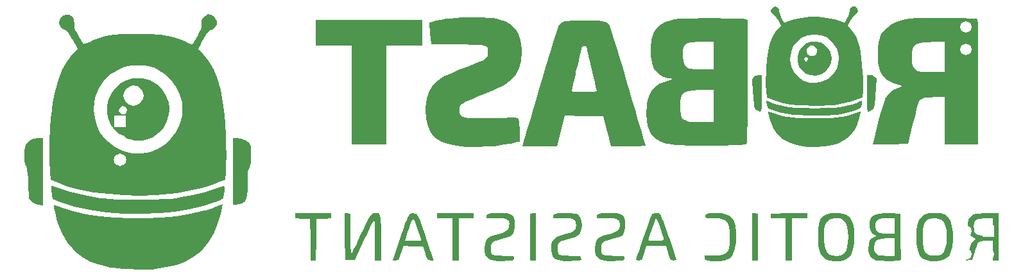
<source format=gbo>
G04 #@! TF.GenerationSoftware,KiCad,Pcbnew,7.0.5-4d25ed1034~172~ubuntu22.04.1*
G04 #@! TF.CreationDate,2023-05-31T11:26:29+02:00*
G04 #@! TF.ProjectId,Drawer_Controller,44726177-6572-45f4-936f-6e74726f6c6c,rev?*
G04 #@! TF.SameCoordinates,Original*
G04 #@! TF.FileFunction,Legend,Bot*
G04 #@! TF.FilePolarity,Positive*
%FSLAX46Y46*%
G04 Gerber Fmt 4.6, Leading zero omitted, Abs format (unit mm)*
G04 Created by KiCad (PCBNEW 7.0.5-4d25ed1034~172~ubuntu22.04.1) date 2023-05-31 11:26:29*
%MOMM*%
%LPD*%
G01*
G04 APERTURE LIST*
%ADD10C,0.300000*%
%ADD11C,3.250000*%
%ADD12R,1.650000X1.650000*%
%ADD13C,1.650000*%
%ADD14C,3.200000*%
%ADD15R,1.700000X1.700000*%
%ADD16O,1.700000X1.700000*%
%ADD17C,3.000000*%
%ADD18R,1.520000X1.520000*%
%ADD19C,1.520000*%
%ADD20R,1.350000X1.350000*%
%ADD21C,1.350000*%
%ADD22C,1.450000*%
%ADD23O,1.900000X0.950000*%
G04 APERTURE END LIST*
G36*
X161562107Y-131851187D02*
G01*
X161374160Y-132722552D01*
X160965101Y-134053854D01*
X160437972Y-135282800D01*
X159813215Y-136364326D01*
X159111275Y-137253368D01*
X158509997Y-137830218D01*
X157638672Y-138477435D01*
X156654281Y-139003267D01*
X155526575Y-139420627D01*
X154225304Y-139742429D01*
X152720219Y-139981584D01*
X152455292Y-140004360D01*
X151879003Y-140023386D01*
X151152081Y-140024310D01*
X150330900Y-140009190D01*
X149471833Y-139980082D01*
X148631253Y-139939045D01*
X147865535Y-139888136D01*
X147231052Y-139829412D01*
X146784177Y-139764931D01*
X146570176Y-139720662D01*
X145335333Y-139399295D01*
X144236017Y-138998476D01*
X143324747Y-138536848D01*
X143161541Y-138432162D01*
X142484718Y-137899231D01*
X141805096Y-137228234D01*
X141190258Y-136490910D01*
X140707788Y-135758997D01*
X140471139Y-135287772D01*
X140150534Y-134525186D01*
X139848872Y-133684782D01*
X139598828Y-132859289D01*
X139433077Y-132141440D01*
X139391935Y-131897771D01*
X139367232Y-131641476D01*
X139406217Y-131543735D01*
X139516013Y-131554088D01*
X139586510Y-131577490D01*
X139873459Y-131675258D01*
X140296826Y-131821087D01*
X140792935Y-131993084D01*
X141925074Y-132340228D01*
X143619762Y-132725914D01*
X145467054Y-133015507D01*
X147425333Y-133208323D01*
X149452983Y-133303681D01*
X151508389Y-133300897D01*
X153549936Y-133199289D01*
X155536007Y-132998173D01*
X157424987Y-132696867D01*
X159175259Y-132294688D01*
X159386599Y-132235515D01*
X159989667Y-132050942D01*
X160554289Y-131858386D01*
X160981120Y-131691054D01*
X161643961Y-131397914D01*
X161562107Y-131851187D01*
G37*
G36*
X139256998Y-129013280D02*
G01*
X140048928Y-129330397D01*
X141624381Y-129831932D01*
X143427426Y-130260074D01*
X145454354Y-130613865D01*
X145893606Y-130668792D01*
X146782485Y-130743090D01*
X147833326Y-130797288D01*
X148995458Y-130831385D01*
X150218210Y-130845383D01*
X151450913Y-130839280D01*
X152642895Y-130813076D01*
X153743487Y-130766773D01*
X154702017Y-130700369D01*
X155467815Y-130613865D01*
X156117322Y-130513253D01*
X157696622Y-130221930D01*
X159110331Y-129883827D01*
X160414498Y-129484431D01*
X161665171Y-129009232D01*
X161700232Y-128997006D01*
X161822699Y-129027015D01*
X161878868Y-129219214D01*
X161871685Y-129598665D01*
X161804099Y-130190430D01*
X161773201Y-130397029D01*
X161709595Y-130607471D01*
X161576764Y-130754747D01*
X161321875Y-130889332D01*
X160892092Y-131061698D01*
X160606779Y-131169486D01*
X159011846Y-131673507D01*
X157238575Y-132085445D01*
X155330411Y-132396474D01*
X153330796Y-132597767D01*
X150943708Y-132697803D01*
X148571271Y-132658657D01*
X146284628Y-132480910D01*
X144114805Y-132167993D01*
X142092828Y-131723339D01*
X140249720Y-131150382D01*
X139197009Y-130766354D01*
X139120153Y-130205623D01*
X139103229Y-130073238D01*
X139060437Y-129635053D01*
X139043296Y-129282525D01*
X139048633Y-129131727D01*
X139105661Y-128988622D01*
X139256998Y-129013280D01*
G37*
G36*
X164073208Y-122770608D02*
G01*
X164696505Y-123001213D01*
X165165282Y-123404163D01*
X165203619Y-123453949D01*
X165310852Y-123623451D01*
X165376646Y-123820261D01*
X165408411Y-124098537D01*
X165413555Y-124512439D01*
X165399487Y-125116128D01*
X165391637Y-125354900D01*
X165361389Y-125921818D01*
X165315191Y-126306519D01*
X165245672Y-126555398D01*
X165145459Y-126714849D01*
X165105912Y-126763450D01*
X165031145Y-126910583D01*
X164980873Y-127134746D01*
X164950569Y-127477718D01*
X164935706Y-127981279D01*
X164931758Y-128687208D01*
X164931361Y-128876714D01*
X164915514Y-129663827D01*
X164868774Y-130251247D01*
X164780529Y-130675374D01*
X164640165Y-130972606D01*
X164437071Y-131179340D01*
X164160634Y-131331976D01*
X163779905Y-131450500D01*
X163374786Y-131505931D01*
X162977911Y-131510711D01*
X162977911Y-127114557D01*
X162977911Y-122718403D01*
X163531353Y-122718403D01*
X164073208Y-122770608D01*
G37*
G36*
X137944258Y-127130438D02*
G01*
X137944258Y-131542474D01*
X137379884Y-131478860D01*
X137302867Y-131469114D01*
X136828072Y-131330925D01*
X136433490Y-131033539D01*
X136051469Y-130651831D01*
X135987012Y-128730550D01*
X135955526Y-127955036D01*
X135916620Y-127364856D01*
X135866336Y-126942031D01*
X135800016Y-126647679D01*
X135713004Y-126442922D01*
X135603201Y-126154869D01*
X135514955Y-125635133D01*
X135486446Y-125025212D01*
X135516670Y-124407100D01*
X135604626Y-123862790D01*
X135749311Y-123474276D01*
X136135427Y-123065351D01*
X136693413Y-122807442D01*
X137390816Y-122718403D01*
X137944258Y-122718403D01*
X137944258Y-127130438D01*
G37*
G36*
X161881610Y-119546556D02*
G01*
X161987980Y-120852381D01*
X162065918Y-122236117D01*
X162112980Y-123634016D01*
X162126721Y-124982332D01*
X162104700Y-126217317D01*
X162044472Y-127275226D01*
X161965841Y-128205436D01*
X161098078Y-128565321D01*
X160330999Y-128856985D01*
X158882069Y-129298548D01*
X157278682Y-129669100D01*
X155573518Y-129957163D01*
X153819258Y-130151259D01*
X152795960Y-130220903D01*
X150706932Y-130281605D01*
X148638734Y-130236865D01*
X146626250Y-130090630D01*
X144704363Y-129846844D01*
X142907958Y-129509450D01*
X141271919Y-129082393D01*
X139831130Y-128569617D01*
X138956765Y-128205618D01*
X138878647Y-127202155D01*
X138865743Y-127025893D01*
X138811408Y-125811798D01*
X138800044Y-124446341D01*
X138828827Y-122995223D01*
X138894938Y-121524144D01*
X138995552Y-120098803D01*
X139103374Y-119027971D01*
X144656403Y-119027971D01*
X144775829Y-120092957D01*
X145056585Y-121102410D01*
X145490341Y-121985711D01*
X145824028Y-122448926D01*
X146575810Y-123226555D01*
X147462767Y-123882962D01*
X148426658Y-124378219D01*
X149409242Y-124672397D01*
X149817036Y-124733194D01*
X150960487Y-124748231D01*
X152059803Y-124544221D01*
X153089118Y-124139669D01*
X154022568Y-123553080D01*
X154834290Y-122802958D01*
X155498418Y-121907807D01*
X155989090Y-120886132D01*
X156280439Y-119756438D01*
X156342121Y-119132946D01*
X156276485Y-117996349D01*
X155991448Y-116905084D01*
X155503122Y-115889220D01*
X154827614Y-114978829D01*
X153981034Y-114203979D01*
X152979492Y-113594743D01*
X152565871Y-113403486D01*
X152191922Y-113262769D01*
X151822941Y-113177195D01*
X151375862Y-113128061D01*
X150767619Y-113096660D01*
X150536793Y-113088235D01*
X149956226Y-113081497D01*
X149512104Y-113110221D01*
X149123960Y-113182636D01*
X148711329Y-113306974D01*
X147978411Y-113604119D01*
X146952365Y-114222709D01*
X146091468Y-115016033D01*
X145407377Y-115972511D01*
X144911750Y-117080566D01*
X144706636Y-117978074D01*
X144656403Y-119027971D01*
X139103374Y-119027971D01*
X139127849Y-118784901D01*
X139289007Y-117648138D01*
X139521908Y-116482445D01*
X139950286Y-114962252D01*
X140484705Y-113637190D01*
X141120814Y-112517495D01*
X141854262Y-111613400D01*
X142555066Y-110901631D01*
X141830932Y-109666267D01*
X141700189Y-109446416D01*
X141337708Y-108882206D01*
X141068266Y-108543720D01*
X140891823Y-108430903D01*
X140801807Y-108418703D01*
X140505624Y-108258274D01*
X140234959Y-107973374D01*
X140071777Y-107642777D01*
X140058767Y-107329276D01*
X140213153Y-106932504D01*
X140511543Y-106609334D01*
X140897489Y-106415848D01*
X141314540Y-106408127D01*
X141433758Y-106443009D01*
X141821382Y-106674651D01*
X142032504Y-107058017D01*
X142079929Y-107613264D01*
X142075813Y-107872338D01*
X142108984Y-108149768D01*
X142206060Y-108438555D01*
X142390033Y-108803219D01*
X142683891Y-109308282D01*
X143317384Y-110368835D01*
X144202696Y-109963762D01*
X144477428Y-109842293D01*
X145356577Y-109512895D01*
X146279174Y-109263395D01*
X147284273Y-109088129D01*
X148410931Y-108981433D01*
X149698202Y-108937643D01*
X151185140Y-108951095D01*
X151509674Y-108959597D01*
X152331120Y-108986621D01*
X152977500Y-109020419D01*
X153500575Y-109066354D01*
X153952108Y-109129790D01*
X154383862Y-109216092D01*
X154847599Y-109330623D01*
X155106123Y-109401767D01*
X155751441Y-109601778D01*
X156367640Y-109819422D01*
X156850209Y-110018786D01*
X156893274Y-110038871D01*
X157276091Y-110210996D01*
X157553959Y-110324728D01*
X157669300Y-110356338D01*
X157707673Y-110293473D01*
X157845348Y-110055360D01*
X158057218Y-109683707D01*
X158316881Y-109224653D01*
X158551312Y-108801062D01*
X158748254Y-108407395D01*
X158853063Y-108117066D01*
X158885652Y-107871599D01*
X158865939Y-107612519D01*
X158863330Y-107593328D01*
X158843534Y-107245873D01*
X158930725Y-106998971D01*
X159167653Y-106727182D01*
X159342785Y-106571616D01*
X159745636Y-106375690D01*
X160142015Y-106422497D01*
X160544997Y-106711894D01*
X160675874Y-106860316D01*
X160884285Y-107293737D01*
X160860182Y-107728539D01*
X160602212Y-108131165D01*
X160584686Y-108148306D01*
X160310770Y-108348465D01*
X160065576Y-108430903D01*
X159937947Y-108481524D01*
X159743838Y-108683640D01*
X159485156Y-109061992D01*
X159144160Y-109639860D01*
X158896997Y-110080608D01*
X158670152Y-110494477D01*
X158516302Y-110786284D01*
X158459642Y-110911094D01*
X158466465Y-110926977D01*
X158586606Y-111079276D01*
X158825657Y-111347130D01*
X159143156Y-111684741D01*
X159823629Y-112543156D01*
X160429482Y-113622051D01*
X160947149Y-114896404D01*
X161368965Y-116347319D01*
X161687264Y-117955903D01*
X161749249Y-118382388D01*
X161834584Y-119132946D01*
X161881610Y-119546556D01*
G37*
G36*
X154502700Y-117955903D02*
G01*
X154549136Y-118145700D01*
X154631615Y-118610047D01*
X154633672Y-118984967D01*
X154633899Y-119026401D01*
X154560989Y-119529789D01*
X154301632Y-120449146D01*
X153838207Y-121321137D01*
X153200633Y-122031254D01*
X152401210Y-122566118D01*
X151452233Y-122912349D01*
X150952754Y-123019689D01*
X150493773Y-123063930D01*
X150041869Y-123023514D01*
X149479289Y-122897559D01*
X149006080Y-122747134D01*
X148162850Y-122310161D01*
X147470278Y-121719906D01*
X146937183Y-121008464D01*
X146572387Y-120207932D01*
X146384710Y-119350407D01*
X146384248Y-119115535D01*
X147958473Y-119115535D01*
X148104258Y-119396865D01*
X148336937Y-119519571D01*
X148666894Y-119517228D01*
X148933326Y-119361816D01*
X148982503Y-119284208D01*
X149023097Y-118984967D01*
X148916609Y-118687961D01*
X148694740Y-118506796D01*
X148474624Y-118480826D01*
X148187642Y-118591214D01*
X148000930Y-118824884D01*
X147958473Y-119115535D01*
X146384248Y-119115535D01*
X146382973Y-118467983D01*
X146575995Y-117592758D01*
X146827948Y-117061712D01*
X148568296Y-117061712D01*
X148613162Y-117445165D01*
X148852460Y-117915040D01*
X149302337Y-118261889D01*
X149613085Y-118388994D01*
X149874972Y-118441584D01*
X149934136Y-118438580D01*
X150375919Y-118301418D01*
X150788666Y-118007559D01*
X151077059Y-117621992D01*
X151116675Y-117529889D01*
X151201290Y-117018093D01*
X151080665Y-116537988D01*
X150786842Y-116136620D01*
X150351862Y-115861036D01*
X149807767Y-115758283D01*
X149786396Y-115758533D01*
X149342988Y-115879626D01*
X148952386Y-116179023D01*
X148674264Y-116593969D01*
X148568296Y-117061712D01*
X146827948Y-117061712D01*
X146972599Y-116756827D01*
X147581604Y-115992288D01*
X148254605Y-115416831D01*
X148974804Y-115028455D01*
X149772369Y-114833183D01*
X150705315Y-114809038D01*
X151105622Y-114846432D01*
X152074722Y-115090352D01*
X152913865Y-115535594D01*
X153608167Y-116169824D01*
X154142740Y-116980706D01*
X154156540Y-117018093D01*
X154502700Y-117955903D01*
G37*
G36*
X257997942Y-136265074D02*
G01*
X257910314Y-136997826D01*
X257762044Y-137631853D01*
X257562815Y-138100750D01*
X257522261Y-138161064D01*
X257219453Y-138464945D01*
X256835302Y-138705006D01*
X256343097Y-138853594D01*
X255707655Y-138927680D01*
X255058890Y-138911979D01*
X254503427Y-138802055D01*
X254212483Y-138682807D01*
X253804499Y-138396651D01*
X253506876Y-137987005D01*
X253308324Y-137428250D01*
X253197552Y-136694767D01*
X253163272Y-135760936D01*
X253989994Y-135760936D01*
X253990127Y-135797387D01*
X254011745Y-136542585D01*
X254077141Y-137098280D01*
X254198552Y-137506322D01*
X254388214Y-137808563D01*
X254658364Y-138046854D01*
X254729399Y-138087950D01*
X255093383Y-138190760D01*
X255557775Y-138225096D01*
X256024819Y-138189054D01*
X256396759Y-138080728D01*
X256580728Y-137964207D01*
X256843536Y-137651383D01*
X257020902Y-137186816D01*
X257120781Y-136545429D01*
X257151127Y-135702140D01*
X257122151Y-134911030D01*
X257021772Y-134266518D01*
X256835266Y-133805362D01*
X256547913Y-133504509D01*
X256144990Y-133340904D01*
X255611775Y-133291492D01*
X255399608Y-133295946D01*
X254896605Y-133364523D01*
X254523234Y-133535886D01*
X254262691Y-133835622D01*
X254098173Y-134289318D01*
X254012875Y-134922561D01*
X253989994Y-135760936D01*
X253163272Y-135760936D01*
X253186449Y-134988186D01*
X253292289Y-134170726D01*
X253496653Y-133543841D01*
X253813556Y-133089036D01*
X254257012Y-132787814D01*
X254841037Y-132621681D01*
X255579645Y-132572143D01*
X256274794Y-132621563D01*
X256878239Y-132795763D01*
X257333488Y-133114568D01*
X257659062Y-133597627D01*
X257873478Y-134264590D01*
X257995256Y-135135104D01*
X258015245Y-135500001D01*
X258010673Y-135702140D01*
X257997942Y-136265074D01*
G37*
G36*
X251077631Y-135723541D02*
G01*
X251079208Y-135878529D01*
X251108966Y-138802348D01*
X250783650Y-138851523D01*
X250429255Y-138886876D01*
X249897257Y-138909180D01*
X249300636Y-138913047D01*
X248714217Y-138899244D01*
X248212829Y-138868538D01*
X247871296Y-138821695D01*
X247574755Y-138720649D01*
X247155731Y-138406285D01*
X246897958Y-137941001D01*
X246830920Y-137483008D01*
X247592663Y-137483008D01*
X247668966Y-137710253D01*
X247851833Y-137927626D01*
X247976207Y-138042783D01*
X248142401Y-138144641D01*
X248365124Y-138201067D01*
X248703903Y-138225251D01*
X249218266Y-138230381D01*
X250281944Y-138230381D01*
X250281944Y-137054455D01*
X250281944Y-135878529D01*
X249605787Y-135881334D01*
X249271193Y-135891104D01*
X248640824Y-135962098D01*
X248147355Y-136092796D01*
X247838332Y-136272671D01*
X247778893Y-136360229D01*
X247672616Y-136657628D01*
X247605575Y-137036901D01*
X247595741Y-137147579D01*
X247592663Y-137483008D01*
X246830920Y-137483008D01*
X246810873Y-137346052D01*
X246903912Y-136642693D01*
X247027468Y-136258468D01*
X247203476Y-136011344D01*
X247499244Y-135808914D01*
X247950341Y-135556329D01*
X247638486Y-135478059D01*
X247517773Y-135430985D01*
X247252852Y-135175552D01*
X247076423Y-134776040D01*
X247016338Y-134393099D01*
X247776339Y-134393099D01*
X247861769Y-134796785D01*
X248050479Y-135081289D01*
X248154697Y-135151090D01*
X248394523Y-135234882D01*
X248756014Y-135278222D01*
X249295435Y-135290566D01*
X250281944Y-135290566D01*
X250281944Y-134291029D01*
X250281944Y-133291492D01*
X249241836Y-133291492D01*
X249083753Y-133291914D01*
X248617951Y-133303893D01*
X248317045Y-133340148D01*
X248125679Y-133411085D01*
X247988496Y-133527111D01*
X247930294Y-133603787D01*
X247797932Y-133964132D01*
X247776339Y-134393099D01*
X247016338Y-134393099D01*
X247000208Y-134290294D01*
X247035933Y-133776162D01*
X247195321Y-133291492D01*
X247283988Y-133138788D01*
X247505068Y-132906290D01*
X247821357Y-132746712D01*
X248267178Y-132650681D01*
X248876854Y-132608827D01*
X249684708Y-132611777D01*
X251046296Y-132644733D01*
X251052878Y-133291492D01*
X251077631Y-135723541D01*
G37*
G36*
X244946075Y-136587762D02*
G01*
X244799623Y-137440771D01*
X244536275Y-138093540D01*
X244155161Y-138548348D01*
X243655413Y-138807472D01*
X243561627Y-138832213D01*
X242988712Y-138913682D01*
X242349911Y-138917247D01*
X241742464Y-138846994D01*
X241263612Y-138707007D01*
X241134135Y-138643416D01*
X240782570Y-138393471D01*
X240526871Y-138051008D01*
X240352561Y-137581130D01*
X240245164Y-136948943D01*
X240190204Y-136119549D01*
X240180777Y-135763519D01*
X240182293Y-135695984D01*
X240992129Y-135695984D01*
X241001481Y-136198493D01*
X241066656Y-136919209D01*
X241200656Y-137452202D01*
X241411303Y-137823345D01*
X241706421Y-138058510D01*
X242072460Y-138188755D01*
X242617877Y-138236883D01*
X243146441Y-138148120D01*
X243566704Y-137928841D01*
X243672918Y-137830906D01*
X243906095Y-137511334D01*
X244058178Y-137088012D01*
X244140856Y-136518645D01*
X244165818Y-135760936D01*
X244142891Y-135055897D01*
X244052286Y-134406203D01*
X243885224Y-133922127D01*
X243633633Y-133570454D01*
X243544889Y-133488494D01*
X243336812Y-133364758D01*
X243051752Y-133306236D01*
X242611140Y-133291492D01*
X242460683Y-133293660D01*
X241939742Y-133353860D01*
X241552384Y-133515814D01*
X241281275Y-133805263D01*
X241109084Y-134247948D01*
X241018479Y-134869607D01*
X240992129Y-135695984D01*
X240182293Y-135695984D01*
X240202328Y-134803490D01*
X240310513Y-134043072D01*
X240518193Y-133463342D01*
X240838231Y-133045378D01*
X241283489Y-132770259D01*
X241866829Y-132619064D01*
X242601114Y-132572871D01*
X242856945Y-132577150D01*
X243499407Y-132648912D01*
X243979665Y-132826749D01*
X244343134Y-133133407D01*
X244635227Y-133591629D01*
X244646859Y-133614995D01*
X244789139Y-133948793D01*
X244881548Y-134302902D01*
X244937694Y-134748888D01*
X244971187Y-135358319D01*
X244976501Y-135532234D01*
X244969909Y-135760936D01*
X244946075Y-136587762D01*
G37*
G36*
X227023109Y-132603816D02*
G01*
X227448642Y-132629263D01*
X228045377Y-132722899D01*
X228480334Y-132896578D01*
X228797343Y-133171245D01*
X229040237Y-133567851D01*
X229093309Y-133690614D01*
X229265542Y-134294854D01*
X229371966Y-135031857D01*
X229404633Y-135825254D01*
X229355598Y-136598678D01*
X229321857Y-136838188D01*
X229141663Y-137609276D01*
X228869381Y-138182389D01*
X228493329Y-138576614D01*
X228001828Y-138811040D01*
X227761439Y-138859573D01*
X227276927Y-138905924D01*
X226708755Y-138922777D01*
X226145489Y-138908249D01*
X225675694Y-138860460D01*
X225415908Y-138801468D01*
X225268858Y-138690107D01*
X225234458Y-138479578D01*
X225234195Y-138171585D01*
X226342247Y-138208833D01*
X227010426Y-138210017D01*
X227572231Y-138140144D01*
X227978981Y-137970192D01*
X228254269Y-137673729D01*
X228421691Y-137224320D01*
X228504841Y-136595533D01*
X228527315Y-135760936D01*
X228510518Y-134974628D01*
X228441534Y-134342608D01*
X228297144Y-133888860D01*
X228054176Y-133585129D01*
X227689456Y-133403161D01*
X227179814Y-133314700D01*
X226502075Y-133291492D01*
X226267531Y-133291361D01*
X225822256Y-133286280D01*
X225551521Y-133265598D01*
X225411902Y-133218294D01*
X225359974Y-133133351D01*
X225352315Y-132999751D01*
X225355964Y-132930267D01*
X225418383Y-132768614D01*
X225583520Y-132662912D01*
X225884162Y-132605392D01*
X226353096Y-132588283D01*
X227023109Y-132603816D01*
G37*
G36*
X213006008Y-132604020D02*
G01*
X213153894Y-132609169D01*
X213651572Y-132632068D01*
X213980138Y-132666684D01*
X214193012Y-132726400D01*
X214343614Y-132824600D01*
X214485364Y-132974670D01*
X214555183Y-133060776D01*
X214688659Y-133298238D01*
X214752575Y-133601573D01*
X214768981Y-134054746D01*
X214755361Y-134521301D01*
X214677542Y-135000958D01*
X214500638Y-135352012D01*
X214190935Y-135612659D01*
X213714721Y-135821093D01*
X213038281Y-136015509D01*
X212655572Y-136115878D01*
X212174363Y-136266782D01*
X211864738Y-136422185D01*
X211689558Y-136613238D01*
X211611686Y-136871088D01*
X211593981Y-137226887D01*
X211594069Y-137261247D01*
X211617362Y-137636775D01*
X211705344Y-137901292D01*
X211892008Y-138073854D01*
X212211349Y-138173518D01*
X212697360Y-138219341D01*
X213384035Y-138230381D01*
X213743395Y-138234293D01*
X214228418Y-138256469D01*
X214548658Y-138295433D01*
X214669028Y-138347973D01*
X214687038Y-138581040D01*
X214605597Y-138746070D01*
X214357407Y-138832674D01*
X214185928Y-138861497D01*
X213709431Y-138902684D01*
X213141116Y-138918350D01*
X212562438Y-138908977D01*
X212054849Y-138875043D01*
X211699804Y-138817028D01*
X211412424Y-138713888D01*
X211080026Y-138469482D01*
X210884371Y-138090596D01*
X210794184Y-137532880D01*
X210783817Y-137216559D01*
X210846838Y-136603887D01*
X211016694Y-136125277D01*
X211281096Y-135823864D01*
X211357124Y-135783282D01*
X211661311Y-135660498D01*
X212095796Y-135512833D01*
X212593277Y-135363880D01*
X213125473Y-135198038D01*
X213600093Y-134999077D01*
X213857398Y-134813389D01*
X213878763Y-134785573D01*
X214035774Y-134398024D01*
X214036970Y-133950852D01*
X213880369Y-133552842D01*
X213840213Y-133498695D01*
X213737262Y-133403164D01*
X213582859Y-133342530D01*
X213331076Y-133308941D01*
X212935987Y-133294546D01*
X212351665Y-133291492D01*
X211006018Y-133291492D01*
X211006018Y-133002839D01*
X211019462Y-132896325D01*
X211118806Y-132752533D01*
X211338870Y-132657042D01*
X211707916Y-132604217D01*
X212254208Y-132588422D01*
X213006008Y-132604020D01*
G37*
G36*
X207230576Y-132604020D02*
G01*
X207577476Y-132617837D01*
X208025218Y-132649099D01*
X208320503Y-132698725D01*
X208515857Y-132777411D01*
X208663802Y-132895851D01*
X208847852Y-133156821D01*
X209002955Y-133635451D01*
X209045070Y-134185261D01*
X208977798Y-134735075D01*
X208804741Y-135213716D01*
X208529499Y-135550007D01*
X208495708Y-135572929D01*
X208203611Y-135714526D01*
X207776695Y-135870398D01*
X207294777Y-136010761D01*
X206880501Y-136119663D01*
X206404605Y-136270220D01*
X206098707Y-136425540D01*
X205925902Y-136616303D01*
X205849283Y-136873191D01*
X205831944Y-137226887D01*
X205831975Y-137247360D01*
X205854068Y-137627903D01*
X205940375Y-137896108D01*
X206124980Y-138071216D01*
X206441967Y-138172469D01*
X206925418Y-138219110D01*
X207609417Y-138230381D01*
X207941599Y-138231863D01*
X208408299Y-138244926D01*
X208702374Y-138276226D01*
X208864554Y-138331475D01*
X208935567Y-138416387D01*
X208997389Y-138659818D01*
X208908267Y-138788116D01*
X208624768Y-138850870D01*
X208502760Y-138864555D01*
X207960875Y-138901600D01*
X207360151Y-138914446D01*
X206773871Y-138904018D01*
X206275315Y-138871238D01*
X205937767Y-138817028D01*
X205592083Y-138686112D01*
X205288390Y-138435802D01*
X205111752Y-138050431D01*
X205031247Y-137484546D01*
X205030460Y-137472048D01*
X205024558Y-136861828D01*
X205112000Y-136395592D01*
X205321081Y-136041931D01*
X205680097Y-135769436D01*
X206217343Y-135546696D01*
X206961116Y-135342302D01*
X207473380Y-135187622D01*
X207944500Y-134934211D01*
X208214945Y-134607451D01*
X208301389Y-134193044D01*
X208251349Y-133861990D01*
X208118332Y-133552842D01*
X208078175Y-133498695D01*
X207975225Y-133403164D01*
X207820822Y-133342530D01*
X207569039Y-133308941D01*
X207173950Y-133294546D01*
X206589628Y-133291492D01*
X205243981Y-133291492D01*
X205243981Y-133002839D01*
X205256013Y-132901590D01*
X205352891Y-132755616D01*
X205570553Y-132658540D01*
X205937231Y-132604695D01*
X206481161Y-132588410D01*
X207230576Y-132604020D01*
G37*
G36*
X198424526Y-132604020D02*
G01*
X198572413Y-132609169D01*
X199070091Y-132632068D01*
X199398657Y-132666684D01*
X199611531Y-132726400D01*
X199762132Y-132824600D01*
X199903882Y-132974670D01*
X199973702Y-133060776D01*
X200107177Y-133298238D01*
X200171094Y-133601573D01*
X200187500Y-134054746D01*
X200173879Y-134521301D01*
X200096060Y-135000958D01*
X199919156Y-135352012D01*
X199609454Y-135612659D01*
X199133239Y-135821093D01*
X198456799Y-136015509D01*
X198074091Y-136115878D01*
X197592881Y-136266782D01*
X197283256Y-136422185D01*
X197108077Y-136613238D01*
X197030204Y-136871088D01*
X197012500Y-137226887D01*
X197012587Y-137261247D01*
X197035881Y-137636775D01*
X197123863Y-137901292D01*
X197310527Y-138073854D01*
X197629867Y-138173518D01*
X198115878Y-138219341D01*
X198802554Y-138230381D01*
X199161913Y-138234293D01*
X199646937Y-138256469D01*
X199967177Y-138295433D01*
X200087546Y-138347973D01*
X200105557Y-138581040D01*
X200024116Y-138746070D01*
X199775926Y-138832674D01*
X199604447Y-138861497D01*
X199127950Y-138902684D01*
X198559635Y-138918350D01*
X197980956Y-138908977D01*
X197473367Y-138875043D01*
X197118322Y-138817028D01*
X196830943Y-138713888D01*
X196498545Y-138469482D01*
X196302890Y-138090596D01*
X196212702Y-137532880D01*
X196202335Y-137216559D01*
X196265356Y-136603887D01*
X196435212Y-136125277D01*
X196699614Y-135823864D01*
X196775643Y-135783282D01*
X197079829Y-135660498D01*
X197514315Y-135512833D01*
X198011796Y-135363880D01*
X198543991Y-135198038D01*
X199018611Y-134999077D01*
X199275916Y-134813389D01*
X199297281Y-134785573D01*
X199454293Y-134398024D01*
X199455489Y-133950852D01*
X199298887Y-133552842D01*
X199258731Y-133498695D01*
X199155781Y-133403164D01*
X199001378Y-133342530D01*
X198749595Y-133308941D01*
X198354506Y-133294546D01*
X197770184Y-133291492D01*
X196424537Y-133291492D01*
X196424537Y-133002839D01*
X196437981Y-132896325D01*
X196537324Y-132752533D01*
X196757388Y-132657042D01*
X197126435Y-132604217D01*
X197672727Y-132588422D01*
X198424526Y-132604020D01*
G37*
G36*
X264040278Y-135702140D02*
G01*
X264040278Y-138818344D01*
X263628703Y-138818344D01*
X263217129Y-138818344D01*
X263217129Y-137524825D01*
X263217129Y-136231307D01*
X262416457Y-136231307D01*
X262049518Y-136244555D01*
X261646388Y-136298297D01*
X261407526Y-136383589D01*
X261345883Y-136455251D01*
X261200806Y-136731749D01*
X261034314Y-137148158D01*
X260870524Y-137647709D01*
X260541780Y-138759548D01*
X260119118Y-138795832D01*
X259696456Y-138832117D01*
X259870604Y-138266666D01*
X259925612Y-138087216D01*
X260080867Y-137575417D01*
X260227431Y-137086409D01*
X260266992Y-136964679D01*
X260472299Y-136526084D01*
X260714442Y-136232216D01*
X260742547Y-136209827D01*
X260923196Y-136046859D01*
X260971424Y-135965077D01*
X260966946Y-135962523D01*
X260824897Y-135887431D01*
X260572997Y-135757382D01*
X260446064Y-135683930D01*
X260146111Y-135386511D01*
X259979112Y-134955317D01*
X259931567Y-134408622D01*
X260747685Y-134408622D01*
X260759804Y-134732836D01*
X260830786Y-135063957D01*
X260982870Y-135290566D01*
X260993465Y-135301009D01*
X261150517Y-135415924D01*
X261368179Y-135484312D01*
X261704515Y-135517235D01*
X262217592Y-135525751D01*
X263217129Y-135525751D01*
X263217129Y-134408622D01*
X263217129Y-133291492D01*
X262217592Y-133291492D01*
X262047920Y-133292547D01*
X261483819Y-133326101D01*
X261107752Y-133427121D01*
X260883711Y-133622971D01*
X260775690Y-133941017D01*
X260747685Y-134408622D01*
X259931567Y-134408622D01*
X259926453Y-134349825D01*
X259937903Y-134054419D01*
X260068727Y-133439291D01*
X260340674Y-132997046D01*
X260747685Y-132739564D01*
X261003380Y-132687069D01*
X261445123Y-132639802D01*
X261998518Y-132606616D01*
X262599768Y-132592574D01*
X264040278Y-132585936D01*
X264040278Y-133291492D01*
X264040278Y-135702140D01*
G37*
G36*
X238757870Y-132936279D02*
G01*
X238757870Y-133291492D01*
X237758333Y-133291492D01*
X236758796Y-133291492D01*
X236758796Y-136054918D01*
X236758796Y-138818344D01*
X236347222Y-138818344D01*
X235935648Y-138818344D01*
X235935648Y-136054918D01*
X235935648Y-133291492D01*
X234928300Y-133291492D01*
X233920952Y-133291492D01*
X233958161Y-132968112D01*
X233995370Y-132644733D01*
X236376620Y-132612900D01*
X238757870Y-132581067D01*
X238757870Y-132936279D01*
G37*
G36*
X231849305Y-132607884D02*
G01*
X232231481Y-132644733D01*
X232262832Y-135731538D01*
X232294182Y-138818344D01*
X231880656Y-138818344D01*
X231467129Y-138818344D01*
X231467129Y-135694690D01*
X231467129Y-132571035D01*
X231849305Y-132607884D01*
G37*
G36*
X220739474Y-136406901D02*
G01*
X220969317Y-137084938D01*
X221170135Y-137692568D01*
X221329259Y-138193509D01*
X221434023Y-138551479D01*
X221471759Y-138730197D01*
X221470192Y-138738106D01*
X221345416Y-138795030D01*
X221082117Y-138818344D01*
X220897462Y-138810933D01*
X220763546Y-138758424D01*
X220660658Y-138615546D01*
X220556967Y-138337029D01*
X220420643Y-137877603D01*
X220148812Y-136936862D01*
X218827551Y-136936862D01*
X217506290Y-136936862D01*
X217238426Y-137877603D01*
X217107595Y-138326151D01*
X217004885Y-138609458D01*
X216903231Y-138755716D01*
X216770693Y-138810239D01*
X216575327Y-138818344D01*
X216535916Y-138818185D01*
X216283357Y-138807858D01*
X216180092Y-138786352D01*
X216186840Y-138743962D01*
X216253787Y-138504428D01*
X216382372Y-138098737D01*
X216560169Y-137562255D01*
X216774749Y-136930351D01*
X217013686Y-136238391D01*
X217047039Y-136143112D01*
X217823304Y-136143112D01*
X217826049Y-136151959D01*
X217962842Y-136200335D01*
X218258599Y-136227660D01*
X218647708Y-136235377D01*
X219064560Y-136224931D01*
X219443543Y-136197765D01*
X219719048Y-136155324D01*
X219825463Y-136099051D01*
X219825008Y-136084319D01*
X219780688Y-135851328D01*
X219676842Y-135481918D01*
X219531785Y-135027712D01*
X219363832Y-134540331D01*
X219191297Y-134071396D01*
X219032496Y-133672531D01*
X218905745Y-133395355D01*
X218829358Y-133291492D01*
X218816093Y-133299163D01*
X218727871Y-133453759D01*
X218593221Y-133768297D01*
X218430232Y-134191505D01*
X218256993Y-134672113D01*
X218091592Y-135158849D01*
X217952118Y-135600442D01*
X217856659Y-135945620D01*
X217823304Y-136143112D01*
X217047039Y-136143112D01*
X217264552Y-135521744D01*
X217514920Y-134815777D01*
X217752363Y-134155857D01*
X217964452Y-133577352D01*
X218138761Y-133115630D01*
X218262862Y-132806057D01*
X218324328Y-132684002D01*
X218400774Y-132646846D01*
X218731154Y-132591453D01*
X219100580Y-132622177D01*
X219377898Y-132732927D01*
X219381879Y-132736868D01*
X219460225Y-132891877D01*
X219598214Y-133230450D01*
X219783181Y-133716303D01*
X220002458Y-134313157D01*
X220243377Y-134984728D01*
X220493271Y-135694737D01*
X220633047Y-136099051D01*
X220739474Y-136406901D01*
G37*
G36*
X203009722Y-135694690D02*
G01*
X203009722Y-138818344D01*
X202596196Y-138818344D01*
X202182669Y-138818344D01*
X202214020Y-135731538D01*
X202245370Y-132644733D01*
X202627546Y-132607884D01*
X203009722Y-132571035D01*
X203009722Y-135694690D01*
G37*
G36*
X194778241Y-132938714D02*
G01*
X194778241Y-133291492D01*
X193778703Y-133291492D01*
X192779166Y-133291492D01*
X192779166Y-136054918D01*
X192779166Y-138818344D01*
X192367592Y-138818344D01*
X191956018Y-138818344D01*
X191956018Y-136054918D01*
X191956018Y-133291492D01*
X190956481Y-133291492D01*
X189956944Y-133291492D01*
X189956944Y-132938714D01*
X189956944Y-132585936D01*
X192367592Y-132585936D01*
X194778241Y-132585936D01*
X194778241Y-132938714D01*
G37*
G36*
X189470679Y-138818344D02*
G01*
X189071982Y-138818344D01*
X188892843Y-138812214D01*
X188750734Y-138763541D01*
X188641757Y-138626796D01*
X188531655Y-138356457D01*
X188386170Y-137907001D01*
X188099054Y-136995659D01*
X186804646Y-136962511D01*
X185510237Y-136929364D01*
X185195693Y-137873854D01*
X185044614Y-138317348D01*
X184926873Y-138603117D01*
X184816919Y-138752280D01*
X184681454Y-138809226D01*
X184487179Y-138818344D01*
X184093209Y-138818344D01*
X184975558Y-136201909D01*
X185726150Y-136201909D01*
X185752409Y-136208479D01*
X185955608Y-136220190D01*
X186316222Y-136228285D01*
X186781944Y-136231307D01*
X187018344Y-136230562D01*
X187439612Y-136224890D01*
X187730398Y-136214853D01*
X187838353Y-136201909D01*
X187837819Y-136199168D01*
X187796654Y-136059983D01*
X187699522Y-135744968D01*
X187559917Y-135297610D01*
X187391335Y-134761399D01*
X187243710Y-134311399D01*
X187049437Y-133787864D01*
X186894452Y-133462286D01*
X186785463Y-133350288D01*
X186717770Y-133401068D01*
X186576861Y-133657645D01*
X186394190Y-134116442D01*
X186176687Y-134761399D01*
X186156341Y-134825506D01*
X185989282Y-135353661D01*
X185852837Y-135788081D01*
X185760596Y-136085314D01*
X185726150Y-136201909D01*
X184975558Y-136201909D01*
X185114197Y-135790803D01*
X185220288Y-135476525D01*
X185505263Y-134638502D01*
X185731163Y-133990113D01*
X185908928Y-133505819D01*
X186049496Y-133160081D01*
X186163806Y-132927359D01*
X186262795Y-132782115D01*
X186357401Y-132698808D01*
X186458565Y-132651899D01*
X186646305Y-132608165D01*
X187105324Y-132651899D01*
X187139268Y-132664584D01*
X187237127Y-132720421D01*
X187331951Y-132820876D01*
X187434677Y-132991490D01*
X187556245Y-133257800D01*
X187707592Y-133645347D01*
X187899656Y-134179671D01*
X188143377Y-134886310D01*
X188449691Y-135790803D01*
X188588330Y-136201909D01*
X189470679Y-138818344D01*
G37*
G36*
X178107523Y-132607737D02*
G01*
X178491666Y-132644733D01*
X178510731Y-135329229D01*
X178514331Y-135753489D01*
X178523461Y-136482981D01*
X178535107Y-137112194D01*
X178548452Y-137607402D01*
X178562678Y-137934879D01*
X178576967Y-138060897D01*
X178622794Y-137997955D01*
X178757085Y-137749812D01*
X178965157Y-137339818D01*
X179233199Y-136795707D01*
X179547401Y-136145216D01*
X179893951Y-135416080D01*
X180206200Y-134755604D01*
X180543534Y-134053403D01*
X180811480Y-133522239D01*
X181027196Y-133138195D01*
X181207840Y-132877348D01*
X181370569Y-132715780D01*
X181532542Y-132629569D01*
X181710917Y-132594797D01*
X181922850Y-132587542D01*
X182067200Y-132591900D01*
X182219525Y-132626888D01*
X182335849Y-132718561D01*
X182421010Y-132892419D01*
X182479842Y-133173961D01*
X182517183Y-133588684D01*
X182537867Y-134162088D01*
X182546731Y-134919670D01*
X182548611Y-135886928D01*
X182548611Y-138818344D01*
X182137037Y-138818344D01*
X181725463Y-138818344D01*
X181725463Y-136094115D01*
X181724160Y-135616523D01*
X181716848Y-134901852D01*
X181703968Y-134296830D01*
X181686514Y-133832841D01*
X181665480Y-133541267D01*
X181641860Y-133453490D01*
X181597714Y-133527140D01*
X181461106Y-133790199D01*
X181249605Y-134213801D01*
X180977977Y-134767990D01*
X180660988Y-135422814D01*
X180313405Y-136148320D01*
X179068553Y-138759548D01*
X178427332Y-138759548D01*
X177786111Y-138759548D01*
X177754745Y-135665145D01*
X177723380Y-132570742D01*
X178107523Y-132607737D01*
G37*
G36*
X175963426Y-132933958D02*
G01*
X175963426Y-133281981D01*
X174993287Y-133316134D01*
X174023148Y-133350288D01*
X173991583Y-136084316D01*
X173960017Y-138818344D01*
X173611574Y-138818344D01*
X173263131Y-138818344D01*
X173231565Y-136084316D01*
X173200000Y-133350288D01*
X172229861Y-133316134D01*
X171259722Y-133281981D01*
X171259722Y-132933958D01*
X171259722Y-132585936D01*
X173611574Y-132585936D01*
X175963426Y-132585936D01*
X175963426Y-132933958D01*
G37*
G36*
X233696317Y-119230524D02*
G01*
X233946338Y-119293732D01*
X234297662Y-119407632D01*
X234308479Y-119411428D01*
X234934355Y-119615450D01*
X235536472Y-119773756D01*
X236157913Y-119891568D01*
X236841764Y-119974108D01*
X237631108Y-120026599D01*
X238569029Y-120054264D01*
X239698611Y-120062325D01*
X239779907Y-120062295D01*
X240880994Y-120053628D01*
X241794669Y-120025897D01*
X242565358Y-119973785D01*
X243237488Y-119891977D01*
X243855482Y-119775158D01*
X244463767Y-119618011D01*
X245106769Y-119415222D01*
X245390992Y-119326099D01*
X245673378Y-119255187D01*
X245802275Y-119247625D01*
X245807757Y-119356486D01*
X245752244Y-119637181D01*
X245647109Y-120026100D01*
X245510183Y-120463024D01*
X245359300Y-120887732D01*
X245212292Y-121240002D01*
X245019952Y-121599850D01*
X244433484Y-122350707D01*
X243671319Y-122959381D01*
X242749360Y-123414760D01*
X241683512Y-123705730D01*
X240995564Y-123800602D01*
X239904442Y-123861350D01*
X238797740Y-123832605D01*
X237791890Y-123714117D01*
X237396550Y-123633786D01*
X236372416Y-123308783D01*
X235526300Y-122841434D01*
X234845367Y-122223363D01*
X234316785Y-121446195D01*
X234285986Y-121386575D01*
X234114695Y-121005606D01*
X233943152Y-120557140D01*
X233789380Y-120098145D01*
X233671402Y-119685588D01*
X233607239Y-119376436D01*
X233614915Y-119227657D01*
X233696317Y-119230524D01*
G37*
G36*
X195897204Y-106784928D02*
G01*
X196678060Y-106816060D01*
X197320543Y-106866205D01*
X197776664Y-106935754D01*
X197980581Y-106984888D01*
X198931995Y-107300939D01*
X199689319Y-107727216D01*
X200268396Y-108282720D01*
X200685071Y-108986448D01*
X200955185Y-109857401D01*
X201094583Y-110914576D01*
X201115061Y-111465035D01*
X201031489Y-112542456D01*
X200768476Y-113483305D01*
X200320121Y-114304736D01*
X199680520Y-115023902D01*
X199395837Y-115266160D01*
X199013502Y-115540619D01*
X198556089Y-115813926D01*
X197993949Y-116101059D01*
X197297434Y-116416998D01*
X196436892Y-116776723D01*
X195382675Y-117195211D01*
X194875939Y-117397969D01*
X194269636Y-117654565D01*
X193756163Y-117887519D01*
X193378047Y-118077363D01*
X193177814Y-118204627D01*
X193067986Y-118320817D01*
X192933716Y-118595755D01*
X192896759Y-118998377D01*
X192896760Y-119001507D01*
X192911662Y-119299713D01*
X192970118Y-119542243D01*
X193093383Y-119733937D01*
X193302717Y-119879629D01*
X193619376Y-119984157D01*
X194064619Y-120052357D01*
X194659702Y-120089066D01*
X195425884Y-120099122D01*
X196384423Y-120087359D01*
X197556575Y-120058616D01*
X198028902Y-120045658D01*
X198855959Y-120024506D01*
X199487932Y-120012369D01*
X199951872Y-120010415D01*
X200274832Y-120019811D01*
X200483863Y-120041725D01*
X200606017Y-120077326D01*
X200668346Y-120127782D01*
X200697903Y-120194261D01*
X200707384Y-120233812D01*
X200743062Y-120488048D01*
X200780268Y-120881573D01*
X200815986Y-121361007D01*
X200847197Y-121872970D01*
X200870884Y-122364083D01*
X200884028Y-122780967D01*
X200883612Y-123070242D01*
X200866618Y-123178529D01*
X200798942Y-123188864D01*
X200539804Y-123237360D01*
X200137066Y-123316516D01*
X199642482Y-123416282D01*
X199464224Y-123451317D01*
X198758674Y-123572583D01*
X198013285Y-123679720D01*
X197362450Y-123752888D01*
X196683506Y-123805895D01*
X195123832Y-123867161D01*
X193710815Y-123833570D01*
X192458934Y-123706973D01*
X191382670Y-123489223D01*
X190496500Y-123182170D01*
X189814906Y-122787667D01*
X189539401Y-122549613D01*
X189049704Y-121919424D01*
X188704203Y-121124950D01*
X188499319Y-120156402D01*
X188431473Y-119003992D01*
X188438398Y-118623049D01*
X188553382Y-117563397D01*
X188820038Y-116662769D01*
X189251612Y-115895353D01*
X189861351Y-115235341D01*
X190662500Y-114656921D01*
X190943503Y-114508127D01*
X191421546Y-114287073D01*
X192027445Y-114027167D01*
X192711978Y-113749463D01*
X193425926Y-113475011D01*
X194175302Y-113193536D01*
X194950088Y-112893358D01*
X195545160Y-112644390D01*
X195984022Y-112431305D01*
X196290181Y-112238776D01*
X196487145Y-112051478D01*
X196598418Y-111854083D01*
X196647508Y-111631265D01*
X196657921Y-111367698D01*
X196657855Y-111351631D01*
X196650323Y-111086809D01*
X196615039Y-110873950D01*
X196528955Y-110707381D01*
X196369022Y-110581427D01*
X196112193Y-110490416D01*
X195735421Y-110428675D01*
X195215656Y-110390529D01*
X194529852Y-110370307D01*
X193654959Y-110362333D01*
X192567932Y-110360936D01*
X189166236Y-110360936D01*
X189087493Y-109449594D01*
X189086606Y-109439340D01*
X189037897Y-108909637D01*
X188985814Y-108393738D01*
X188941485Y-108001954D01*
X188874220Y-107465656D01*
X189327387Y-107330386D01*
X189444459Y-107298227D01*
X189840654Y-107204656D01*
X190352054Y-107096733D01*
X190897685Y-106991911D01*
X190993600Y-106975472D01*
X191596932Y-106900753D01*
X192349823Y-106842696D01*
X193204284Y-106801693D01*
X194112327Y-106778136D01*
X195025964Y-106772417D01*
X195897204Y-106784928D01*
G37*
G36*
X230879166Y-115302066D02*
G01*
X230879075Y-116324758D01*
X230879059Y-116358159D01*
X230878370Y-117778091D01*
X230876624Y-119022512D01*
X230873436Y-120074182D01*
X230868399Y-120949264D01*
X230861113Y-121663919D01*
X230851172Y-122234310D01*
X230838173Y-122676596D01*
X230821714Y-123006941D01*
X230801390Y-123241506D01*
X230776798Y-123396453D01*
X230747535Y-123487942D01*
X230713196Y-123532137D01*
X230673379Y-123545198D01*
X230651276Y-123546636D01*
X230418633Y-123560703D01*
X230012255Y-123584559D01*
X229482591Y-123615261D01*
X228880092Y-123649865D01*
X228796565Y-123654507D01*
X227971644Y-123688874D01*
X227046688Y-123710086D01*
X226058933Y-123718852D01*
X225045615Y-123715876D01*
X224043971Y-123701866D01*
X223091234Y-123677530D01*
X222224642Y-123643573D01*
X221481429Y-123600703D01*
X220898833Y-123549626D01*
X220514087Y-123491050D01*
X220189696Y-123409758D01*
X219327721Y-123092322D01*
X218649856Y-122657705D01*
X218143979Y-122089313D01*
X217797971Y-121370555D01*
X217599712Y-120484836D01*
X217537080Y-119415566D01*
X217538990Y-119213352D01*
X217591017Y-118538793D01*
X222004361Y-118538793D01*
X222014153Y-119012561D01*
X222080809Y-119561658D01*
X222226450Y-119951603D01*
X222469765Y-120225117D01*
X222829443Y-120424925D01*
X222991800Y-120476405D01*
X223404412Y-120541595D01*
X224006120Y-120579331D01*
X224819371Y-120591492D01*
X226410648Y-120591492D01*
X226410648Y-118474825D01*
X226410648Y-116358159D01*
X224819371Y-116358159D01*
X224404813Y-116361067D01*
X223609841Y-116396814D01*
X223010071Y-116489861D01*
X222578793Y-116660898D01*
X222289294Y-116930617D01*
X222114864Y-117319712D01*
X222028790Y-117848873D01*
X222004361Y-118538793D01*
X217591017Y-118538793D01*
X217623070Y-118123212D01*
X217837644Y-117219335D01*
X218191005Y-116488432D01*
X218691443Y-115917215D01*
X219347248Y-115492394D01*
X220166712Y-115200682D01*
X220556245Y-115096308D01*
X220829642Y-114998710D01*
X220883172Y-114922026D01*
X220722835Y-114852742D01*
X220354629Y-114777344D01*
X219657880Y-114564287D01*
X219047237Y-114157932D01*
X218583962Y-113569816D01*
X218268857Y-112801375D01*
X218102726Y-111854041D01*
X218101459Y-111766876D01*
X222356038Y-111766876D01*
X222358403Y-111940881D01*
X222418535Y-112588410D01*
X222570335Y-113049207D01*
X222828178Y-113353072D01*
X223206438Y-113529805D01*
X223441622Y-113571801D01*
X223882518Y-113613609D01*
X224434163Y-113642155D01*
X225028935Y-113652873D01*
X226410648Y-113653529D01*
X226410648Y-111830844D01*
X226410648Y-110008159D01*
X224889599Y-110008159D01*
X224835681Y-110008228D01*
X224237752Y-110018159D01*
X223707444Y-110042483D01*
X223300600Y-110077749D01*
X223073064Y-110120502D01*
X222788926Y-110280873D01*
X222538741Y-110604721D01*
X222398605Y-111090501D01*
X222356038Y-111766876D01*
X218101459Y-111766876D01*
X218086373Y-110729250D01*
X218086982Y-110716825D01*
X218196030Y-109728089D01*
X218427802Y-108926038D01*
X218801666Y-108286269D01*
X219336989Y-107784380D01*
X220053139Y-107395968D01*
X220969483Y-107096631D01*
X221130911Y-107058175D01*
X221388939Y-107010295D01*
X221693094Y-106972432D01*
X222070384Y-106943503D01*
X222547815Y-106922425D01*
X223152393Y-106908117D01*
X223911125Y-106899493D01*
X224851016Y-106895473D01*
X225999074Y-106894974D01*
X226902510Y-106897597D01*
X227833718Y-106904642D01*
X228674632Y-106915490D01*
X229396274Y-106929566D01*
X229969665Y-106946294D01*
X230365829Y-106965100D01*
X230555787Y-106985408D01*
X230879166Y-107072825D01*
X230879166Y-110008159D01*
X230879166Y-115302066D01*
G37*
G36*
X215334346Y-116509718D02*
G01*
X215707263Y-117775020D01*
X216058384Y-118965052D01*
X216382141Y-120061018D01*
X216672966Y-121044123D01*
X216925294Y-121895570D01*
X217133557Y-122596563D01*
X217292188Y-123128307D01*
X217395620Y-123472006D01*
X217438285Y-123608863D01*
X217440471Y-123615628D01*
X217413287Y-123669419D01*
X217282337Y-123709289D01*
X217021345Y-123737085D01*
X216604037Y-123754653D01*
X216004139Y-123763840D01*
X215195377Y-123766492D01*
X212891981Y-123766492D01*
X212811199Y-123443112D01*
X212798430Y-123392287D01*
X212724685Y-123101416D01*
X212609843Y-122650437D01*
X212466985Y-122090670D01*
X212309190Y-121473436D01*
X211887963Y-119827140D01*
X209348220Y-119795498D01*
X206808478Y-119763857D01*
X206296019Y-121765174D01*
X205783560Y-123766492D01*
X203501949Y-123766492D01*
X201220337Y-123766492D01*
X201287412Y-123501909D01*
X201288150Y-123499002D01*
X201384886Y-123138621D01*
X201536811Y-122599195D01*
X201737159Y-121903204D01*
X201979167Y-121073125D01*
X202256067Y-120131436D01*
X202561096Y-119100617D01*
X202887489Y-118003144D01*
X203228480Y-116861496D01*
X203326626Y-116534176D01*
X207693456Y-116534176D01*
X207711013Y-116540977D01*
X207906582Y-116561550D01*
X208279426Y-116578174D01*
X208785140Y-116589292D01*
X209379321Y-116593344D01*
X209806084Y-116591512D01*
X210370067Y-116578789D01*
X210740343Y-116551928D01*
X210943004Y-116508570D01*
X211004143Y-116446353D01*
X211003329Y-116436216D01*
X210966161Y-116249260D01*
X210880162Y-115877582D01*
X210754295Y-115358266D01*
X210597525Y-114728393D01*
X210418817Y-114025045D01*
X210409697Y-113989462D01*
X210224130Y-113250805D01*
X210055479Y-112553316D01*
X209914520Y-111943551D01*
X209812029Y-111468068D01*
X209758783Y-111173424D01*
X209726756Y-110953171D01*
X209662228Y-110714560D01*
X209550864Y-110615669D01*
X209349901Y-110596122D01*
X209136321Y-110621099D01*
X209016007Y-110745483D01*
X208947454Y-111037094D01*
X208937161Y-111094574D01*
X208871314Y-111404840D01*
X208760669Y-111888906D01*
X208614811Y-112506036D01*
X208443325Y-113215492D01*
X208255798Y-113976537D01*
X208176924Y-114296038D01*
X208008190Y-114997747D01*
X207868086Y-115606026D01*
X207764002Y-116087264D01*
X207703329Y-116407851D01*
X207693456Y-116534176D01*
X203326626Y-116534176D01*
X203577304Y-115698152D01*
X203927197Y-114535589D01*
X204271392Y-113396286D01*
X204603126Y-112302721D01*
X204915633Y-111277372D01*
X205202149Y-110342717D01*
X205455907Y-109521235D01*
X205670143Y-108835403D01*
X205838092Y-108307700D01*
X205952990Y-107960605D01*
X206008070Y-107816594D01*
X206068240Y-107730333D01*
X206234725Y-107551226D01*
X206451516Y-107415529D01*
X206749399Y-107317464D01*
X207159159Y-107251252D01*
X207711584Y-107211113D01*
X208437460Y-107191267D01*
X209367572Y-107185936D01*
X209710917Y-107186507D01*
X210561824Y-107196402D01*
X211219239Y-107223114D01*
X211714051Y-107272487D01*
X212077146Y-107350362D01*
X212339414Y-107462582D01*
X212531741Y-107614990D01*
X212685015Y-107813428D01*
X212710755Y-107872137D01*
X212805125Y-108142941D01*
X212956282Y-108609764D01*
X213158381Y-109253481D01*
X213405576Y-110054967D01*
X213692024Y-110995098D01*
X214011879Y-112054747D01*
X214359296Y-113214790D01*
X214728431Y-114456102D01*
X215113439Y-115759558D01*
X215315686Y-116446353D01*
X215334346Y-116509718D01*
G37*
G36*
X261327371Y-110978009D02*
G01*
X261332130Y-112208428D01*
X261334808Y-113646810D01*
X261335648Y-115306765D01*
X261335648Y-123531307D01*
X259101389Y-123531307D01*
X256867129Y-123531307D01*
X256867129Y-120415103D01*
X256867129Y-117298899D01*
X255620781Y-117298899D01*
X254894537Y-117318641D01*
X254316983Y-117389868D01*
X253905823Y-117523873D01*
X253627482Y-117731878D01*
X253448390Y-118025107D01*
X253426780Y-118084846D01*
X253338743Y-118381087D01*
X253211708Y-118852361D01*
X253055744Y-119459757D01*
X252880923Y-120164365D01*
X252697313Y-120927273D01*
X252094080Y-123472510D01*
X249736744Y-123504284D01*
X247379408Y-123536058D01*
X248123890Y-120740858D01*
X248136267Y-120694389D01*
X248391082Y-119741422D01*
X248597008Y-118986000D01*
X248764401Y-118399439D01*
X248903618Y-117953052D01*
X249025016Y-117618153D01*
X249138950Y-117366057D01*
X249255778Y-117168076D01*
X249385857Y-116995525D01*
X249539542Y-116819718D01*
X249629271Y-116723847D01*
X249863748Y-116514642D01*
X250149539Y-116332651D01*
X250544151Y-116144743D01*
X251105092Y-115917788D01*
X251233026Y-115861977D01*
X251265377Y-115806481D01*
X251123029Y-115749514D01*
X250777828Y-115669737D01*
X250022447Y-115445430D01*
X249334761Y-115068366D01*
X248796862Y-114537880D01*
X248377369Y-113829918D01*
X248319155Y-113698894D01*
X248225013Y-113440124D01*
X248163605Y-113159640D01*
X248128382Y-112804097D01*
X248112794Y-112320151D01*
X248111874Y-112075208D01*
X252575000Y-112075208D01*
X252575304Y-112148052D01*
X252618844Y-112796013D01*
X252749632Y-113267151D01*
X252987102Y-113606122D01*
X253350687Y-113857582D01*
X253463249Y-113896521D01*
X253850592Y-113955188D01*
X254450923Y-113991567D01*
X255250231Y-114004573D01*
X256867129Y-114006307D01*
X256867129Y-111993888D01*
X256867129Y-109981469D01*
X255250231Y-110030072D01*
X254971980Y-110039593D01*
X254170747Y-110090499D01*
X253568366Y-110186269D01*
X253137287Y-110347963D01*
X252849962Y-110596643D01*
X252678838Y-110953369D01*
X252596368Y-111439204D01*
X252575000Y-112075208D01*
X248111874Y-112075208D01*
X248110293Y-111654455D01*
X248131820Y-110763399D01*
X248202564Y-110050035D01*
X248337976Y-109477486D01*
X248553529Y-108999577D01*
X248864694Y-108570137D01*
X249286944Y-108142992D01*
X249350162Y-108086290D01*
X249902957Y-107677756D01*
X250543049Y-107363580D01*
X251318810Y-107124318D01*
X252278608Y-106940529D01*
X252502612Y-106917303D01*
X252957932Y-106892229D01*
X253567803Y-106872925D01*
X254299748Y-106859212D01*
X255121292Y-106850911D01*
X255999959Y-106847840D01*
X256903274Y-106849819D01*
X257798761Y-106856669D01*
X258653944Y-106868210D01*
X259436348Y-106884260D01*
X260113497Y-106904640D01*
X260652915Y-106929170D01*
X261022127Y-106957670D01*
X261188657Y-106989959D01*
X261215620Y-107045021D01*
X261241672Y-107200708D01*
X261263961Y-107469106D01*
X261282727Y-107863820D01*
X261298210Y-108398460D01*
X261310651Y-109086633D01*
X261320292Y-109941947D01*
X261320562Y-109981469D01*
X261327371Y-110978009D01*
G37*
G36*
X187957870Y-108773436D02*
G01*
X187957870Y-110478529D01*
X185606018Y-110478529D01*
X183254166Y-110478529D01*
X183254166Y-117004918D01*
X183254166Y-123531307D01*
X180961111Y-123531307D01*
X178668055Y-123531307D01*
X178668055Y-117004918D01*
X178668055Y-110478529D01*
X176316203Y-110478529D01*
X173964352Y-110478529D01*
X173964352Y-108773436D01*
X173964352Y-107068344D01*
X180961111Y-107068344D01*
X187957870Y-107068344D01*
X187957870Y-108773436D01*
G37*
G36*
X233469543Y-117801269D02*
G01*
X233700966Y-117872853D01*
X234036195Y-117997371D01*
X234075024Y-118012589D01*
X234796672Y-118262119D01*
X235551132Y-118454240D01*
X236378480Y-118594321D01*
X237318792Y-118687730D01*
X238412144Y-118739839D01*
X239698611Y-118756015D01*
X239773701Y-118755970D01*
X241048712Y-118737990D01*
X242132773Y-118683788D01*
X243065959Y-118587994D01*
X243888347Y-118445240D01*
X244640010Y-118250155D01*
X245361027Y-117997371D01*
X245608416Y-117904681D01*
X245879842Y-117817891D01*
X246001479Y-117800533D01*
X246007685Y-117816058D01*
X246005882Y-117992477D01*
X245968640Y-118288546D01*
X245918112Y-118514702D01*
X245773041Y-118746371D01*
X245477138Y-118911654D01*
X245111347Y-119043024D01*
X244537184Y-119212092D01*
X243873000Y-119381453D01*
X243195060Y-119531833D01*
X242579629Y-119643957D01*
X242508034Y-119653364D01*
X242119920Y-119682255D01*
X241556870Y-119703618D01*
X240865776Y-119716475D01*
X240093533Y-119719846D01*
X239287037Y-119712750D01*
X238686784Y-119700854D01*
X237659472Y-119663134D01*
X236798619Y-119601089D01*
X236058958Y-119508322D01*
X235395221Y-119378436D01*
X234762140Y-119205031D01*
X234114449Y-118981712D01*
X233880184Y-118889626D01*
X233637839Y-118753418D01*
X233516280Y-118577654D01*
X233450690Y-118295307D01*
X233434529Y-118192207D01*
X233402241Y-117919931D01*
X233404517Y-117794358D01*
X233469543Y-117801269D01*
G37*
G36*
X247345954Y-114400383D02*
G01*
X247704193Y-114603555D01*
X247815856Y-114734403D01*
X247891628Y-114918900D01*
X247909898Y-115194661D01*
X247882969Y-115632490D01*
X247870103Y-115787284D01*
X247825795Y-116330219D01*
X247775118Y-116961545D01*
X247726692Y-117574168D01*
X247694829Y-117951820D01*
X247644736Y-118374054D01*
X247581259Y-118647334D01*
X247490485Y-118823872D01*
X247358500Y-118955881D01*
X247108944Y-119109072D01*
X246858732Y-119180381D01*
X246824656Y-119178784D01*
X246758255Y-119152225D01*
X246709616Y-119069540D01*
X246675987Y-118900886D01*
X246654618Y-118616421D01*
X246642760Y-118186302D01*
X246637662Y-117580687D01*
X246636574Y-116769733D01*
X246636574Y-114359085D01*
X247048148Y-114359085D01*
X247345954Y-114400383D01*
G37*
G36*
X232760648Y-116769733D02*
G01*
X232760501Y-117139495D01*
X232758053Y-117860011D01*
X232750433Y-118387801D01*
X232734891Y-118752710D01*
X232708675Y-118984580D01*
X232669037Y-119113253D01*
X232613225Y-119168573D01*
X232538490Y-119180381D01*
X232314716Y-119121191D01*
X232042355Y-118958528D01*
X231937840Y-118859350D01*
X231842095Y-118700612D01*
X231774708Y-118457640D01*
X231722816Y-118080189D01*
X231673556Y-117518018D01*
X231650333Y-117222572D01*
X231600370Y-116602689D01*
X231552627Y-116028257D01*
X231514898Y-115593807D01*
X231496573Y-115360680D01*
X231497003Y-115028585D01*
X231559419Y-114809358D01*
X231698862Y-114623668D01*
X231912093Y-114460084D01*
X232353655Y-114359085D01*
X232760648Y-114359085D01*
X232760648Y-116769733D01*
G37*
G36*
X246016955Y-113018532D02*
G01*
X246085779Y-113937208D01*
X246127500Y-114833860D01*
X246137306Y-115644199D01*
X246110379Y-116303934D01*
X246025547Y-117322326D01*
X245507074Y-117551672D01*
X245305880Y-117634170D01*
X244659764Y-117848928D01*
X243888521Y-118052975D01*
X243070899Y-118226774D01*
X242285648Y-118350792D01*
X241956386Y-118379274D01*
X241395142Y-118404800D01*
X240705064Y-118420034D01*
X239943911Y-118423787D01*
X239169444Y-118414871D01*
X238806748Y-118406000D01*
X237601753Y-118349793D01*
X236573768Y-118251547D01*
X235678902Y-118104512D01*
X234873264Y-117901935D01*
X234112963Y-117637066D01*
X233407407Y-117357320D01*
X233332876Y-116416767D01*
X233325846Y-116315198D01*
X233308599Y-115718909D01*
X233315019Y-114973390D01*
X233341913Y-114142703D01*
X233386088Y-113290910D01*
X233444352Y-112482072D01*
X233467969Y-112242418D01*
X236527342Y-112242418D01*
X236531004Y-112401433D01*
X236678041Y-113254827D01*
X237031814Y-114003351D01*
X237581387Y-114629441D01*
X238315827Y-115115528D01*
X238338306Y-115126611D01*
X239114131Y-115380619D01*
X239922543Y-115422426D01*
X240718341Y-115261023D01*
X241456323Y-114905401D01*
X242091287Y-114364551D01*
X242353039Y-114051305D01*
X242686149Y-113503458D01*
X242863998Y-112909377D01*
X242919016Y-112183622D01*
X242917170Y-111935404D01*
X242880190Y-111499488D01*
X242776640Y-111135893D01*
X242580562Y-110733385D01*
X242543976Y-110667754D01*
X242020487Y-109948591D01*
X241383261Y-109435108D01*
X240629750Y-109125758D01*
X239757407Y-109018994D01*
X239655183Y-109019722D01*
X238793821Y-109144033D01*
X238037824Y-109464059D01*
X237410186Y-109956856D01*
X236933898Y-110599478D01*
X236631952Y-111368981D01*
X236527342Y-112242418D01*
X233467969Y-112242418D01*
X233513513Y-111780253D01*
X233590378Y-111249513D01*
X233807924Y-110361134D01*
X234145275Y-109462864D01*
X234562099Y-108706683D01*
X235037452Y-108137627D01*
X235343321Y-107854595D01*
X234965582Y-107167488D01*
X234759243Y-106827342D01*
X234568477Y-106576290D01*
X234441308Y-106480381D01*
X234284965Y-106397235D01*
X234102149Y-106186399D01*
X233997852Y-106009554D01*
X233977729Y-105828589D01*
X234102149Y-105598436D01*
X234280221Y-105412415D01*
X234564742Y-105322320D01*
X234836206Y-105405206D01*
X235032323Y-105636342D01*
X235090804Y-105990993D01*
X235109439Y-106166706D01*
X235221684Y-106521064D01*
X235404490Y-106906360D01*
X235742153Y-107507048D01*
X236253216Y-107280981D01*
X237058183Y-107009031D01*
X238045342Y-106819735D01*
X239126641Y-106724803D01*
X240240361Y-106724178D01*
X241324784Y-106817799D01*
X242318188Y-107005609D01*
X243158855Y-107287549D01*
X243684766Y-107520185D01*
X244048974Y-106874843D01*
X244196088Y-106587095D01*
X244326294Y-106239520D01*
X244346230Y-106018553D01*
X244357191Y-105806292D01*
X244497345Y-105538302D01*
X244513847Y-105518278D01*
X244742162Y-105339688D01*
X245021396Y-105345797D01*
X245176475Y-105408036D01*
X245387369Y-105635350D01*
X245440791Y-105933623D01*
X245333941Y-106230137D01*
X245064016Y-106452176D01*
X244912017Y-106566522D01*
X244669531Y-106846037D01*
X244433519Y-107204975D01*
X244077539Y-107832696D01*
X244544387Y-108341205D01*
X244896060Y-108778599D01*
X245200276Y-109305548D01*
X245457814Y-109951280D01*
X245696194Y-110773921D01*
X245817265Y-111372274D01*
X245925845Y-112142124D01*
X245930159Y-112183622D01*
X246016955Y-113018532D01*
G37*
G36*
X241860054Y-111445305D02*
G01*
X241993043Y-112080528D01*
X241978182Y-112222819D01*
X241922276Y-112758110D01*
X241692172Y-113323676D01*
X241266771Y-113874394D01*
X240711799Y-114258236D01*
X240576019Y-114316236D01*
X239912111Y-114463474D01*
X239243468Y-114415996D01*
X238620555Y-114190414D01*
X238093838Y-113803339D01*
X237713783Y-113271384D01*
X237494333Y-112585428D01*
X237488706Y-112255216D01*
X238353012Y-112255216D01*
X238437800Y-112463274D01*
X238651807Y-112584893D01*
X238812916Y-112499433D01*
X238875463Y-112222819D01*
X238841979Y-112097188D01*
X238652859Y-112007233D01*
X238450821Y-112073151D01*
X238353012Y-112255216D01*
X237488706Y-112255216D01*
X237482657Y-111900293D01*
X237655565Y-111297230D01*
X238660810Y-111297230D01*
X238823334Y-111628290D01*
X238851118Y-111664471D01*
X239142715Y-111851942D01*
X239511718Y-111877998D01*
X239867223Y-111733479D01*
X239971654Y-111626623D01*
X240075265Y-111318993D01*
X240022557Y-110976662D01*
X239817875Y-110691422D01*
X239526844Y-110518391D01*
X239210537Y-110519722D01*
X238895961Y-110750691D01*
X238704025Y-111007424D01*
X238660810Y-111297230D01*
X237655565Y-111297230D01*
X237665516Y-111262525D01*
X238025502Y-110710103D01*
X238545210Y-110281002D01*
X239207230Y-110013199D01*
X239230047Y-110007847D01*
X239914126Y-109958443D01*
X240550345Y-110109009D01*
X241107526Y-110428023D01*
X241554489Y-110883962D01*
X241791297Y-111318993D01*
X241860054Y-111445305D01*
G37*
%LPC*%
D10*
X204950000Y-142187500D03*
X206250000Y-142187500D03*
X204950000Y-143487500D03*
X206250000Y-143487500D03*
X204950000Y-144787500D03*
X206250000Y-144787500D03*
X204950000Y-146087500D03*
X206250000Y-146087500D03*
D11*
X130977500Y-132150000D03*
X130977500Y-144850000D03*
D12*
X148080000Y-120460000D03*
D13*
X148080000Y-123000000D03*
X148080000Y-125540000D03*
D14*
X187000000Y-145000000D03*
D15*
X161760000Y-145300000D03*
D16*
X164300000Y-145300000D03*
X166840000Y-145300000D03*
D14*
X122000000Y-132000000D03*
X187000000Y-101000000D03*
X122000000Y-145000000D03*
D17*
X267000000Y-108000000D03*
D18*
X262680000Y-105000000D03*
D19*
X262680000Y-108000000D03*
X262680000Y-111000000D03*
X259680000Y-105000000D03*
X259680000Y-108000000D03*
X259680000Y-111000000D03*
D14*
X254000000Y-101000000D03*
D15*
X171000000Y-104080000D03*
D16*
X171000000Y-101540000D03*
X171000000Y-99000000D03*
D15*
X129700000Y-114600000D03*
D16*
X129700000Y-112060000D03*
D20*
X266050000Y-120500000D03*
D21*
X266050000Y-118500000D03*
D17*
X267000000Y-138000000D03*
D18*
X262680000Y-135000000D03*
D19*
X262680000Y-138000000D03*
X262680000Y-141000000D03*
X259680000Y-135000000D03*
X259680000Y-138000000D03*
X259680000Y-141000000D03*
D14*
X122000000Y-101000000D03*
X254000000Y-145000000D03*
D20*
X266050000Y-127500000D03*
D21*
X266050000Y-125500000D03*
D22*
X123000000Y-107000000D03*
X123000000Y-112000000D03*
D23*
X120300000Y-106000000D03*
X120300000Y-113000000D03*
%LPD*%
M02*

</source>
